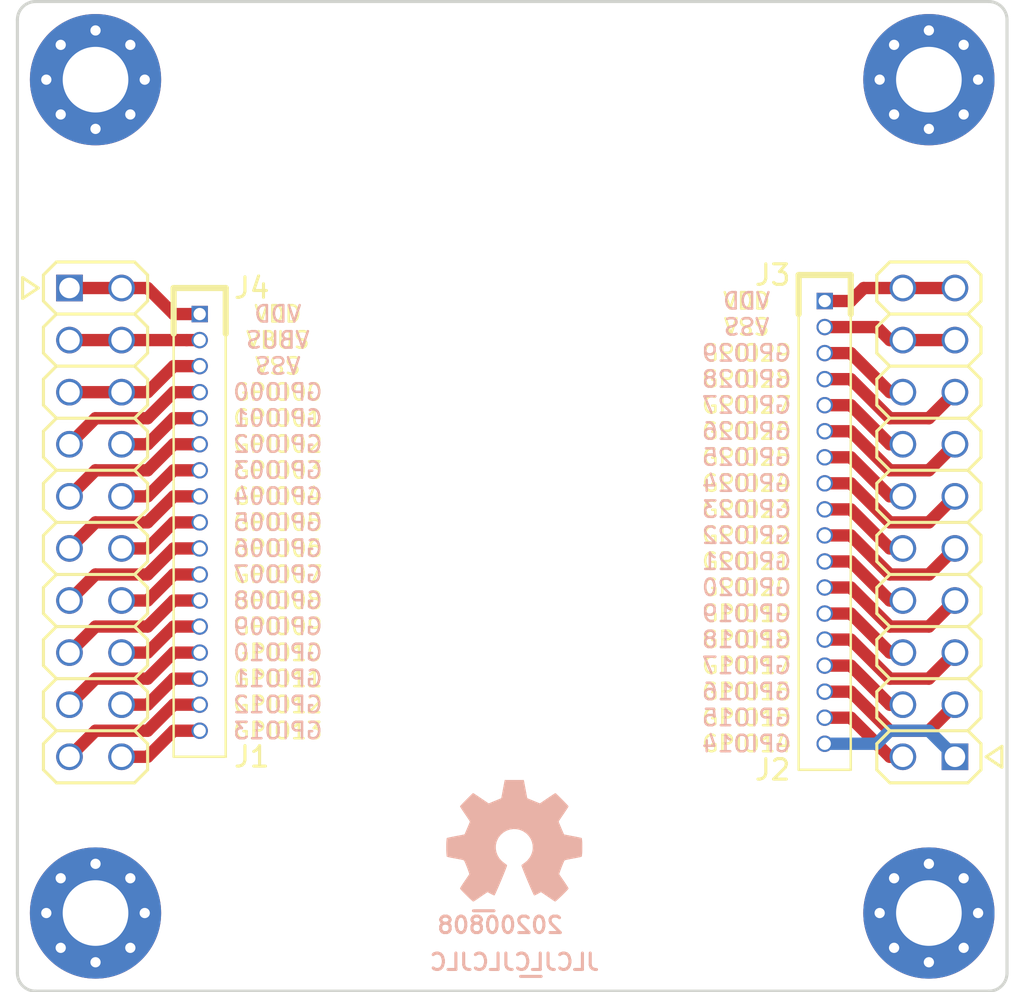
<source format=kicad_pcb>
(kicad_pcb (version 20171130) (host pcbnew 5.1.6-c6e7f7d~87~ubuntu19.10.1)

  (general
    (thickness 1.6)
    (drawings 78)
    (tracks 127)
    (zones 0)
    (modules 11)
    (nets 36)
  )

  (page A4)
  (layers
    (0 F.Cu signal)
    (31 B.Cu signal)
    (32 B.Adhes user)
    (33 F.Adhes user)
    (34 B.Paste user)
    (35 F.Paste user)
    (36 B.SilkS user)
    (37 F.SilkS user)
    (38 B.Mask user)
    (39 F.Mask user)
    (40 Dwgs.User user)
    (41 Cmts.User user)
    (42 Eco1.User user)
    (43 Eco2.User user)
    (44 Edge.Cuts user)
    (45 Margin user)
    (46 B.CrtYd user)
    (47 F.CrtYd user)
    (48 B.Fab user)
    (49 F.Fab user)
  )

  (setup
    (last_trace_width 0.127)
    (user_trace_width 0.15)
    (user_trace_width 0.2)
    (user_trace_width 0.3)
    (user_trace_width 0.4)
    (user_trace_width 0.6)
    (user_trace_width 1)
    (user_trace_width 1.5)
    (user_trace_width 2)
    (trace_clearance 0.127)
    (zone_clearance 0.3)
    (zone_45_only no)
    (trace_min 0.127)
    (via_size 0.6)
    (via_drill 0.3)
    (via_min_size 0.6)
    (via_min_drill 0.3)
    (user_via 0.6 0.3)
    (user_via 0.65 0.4)
    (user_via 0.75 0.6)
    (user_via 0.95 0.8)
    (user_via 1.3 1)
    (user_via 1.5 1.2)
    (user_via 1.7 1.4)
    (user_via 1.9 1.6)
    (uvia_size 0.6)
    (uvia_drill 0.3)
    (uvias_allowed no)
    (uvia_min_size 0.381)
    (uvia_min_drill 0.254)
    (edge_width 0.15)
    (segment_width 0.2)
    (pcb_text_width 0.3)
    (pcb_text_size 1.5 1.5)
    (mod_edge_width 0.15)
    (mod_text_size 0.8 0.8)
    (mod_text_width 0.12)
    (pad_size 0.7 1.8)
    (pad_drill 0)
    (pad_to_mask_clearance 0.1)
    (aux_axis_origin 0 0)
    (visible_elements FFFFFF7F)
    (pcbplotparams
      (layerselection 0x010fc_ffffffff)
      (usegerberextensions false)
      (usegerberattributes false)
      (usegerberadvancedattributes false)
      (creategerberjobfile false)
      (excludeedgelayer false)
      (linewidth 0.150000)
      (plotframeref false)
      (viasonmask false)
      (mode 1)
      (useauxorigin false)
      (hpglpennumber 1)
      (hpglpenspeed 20)
      (hpglpendiameter 15.000000)
      (psnegative false)
      (psa4output false)
      (plotreference true)
      (plotvalue true)
      (plotinvisibletext false)
      (padsonsilk false)
      (subtractmaskfromsilk false)
      (outputformat 1)
      (mirror false)
      (drillshape 0)
      (scaleselection 1)
      (outputdirectory "plots/"))
  )

  (net 0 "")
  (net 1 /VBUS)
  (net 2 /GPIO_13)
  (net 3 /GPIO_12)
  (net 4 /GPIO_11)
  (net 5 /GPIO_10)
  (net 6 /GPIO_09)
  (net 7 /GPIO_08)
  (net 8 /GPIO_07)
  (net 9 /GPIO_06)
  (net 10 /GPIO_05)
  (net 11 /GPIO_04)
  (net 12 /GPIO_03)
  (net 13 /GPIO_02)
  (net 14 /GPIO_01)
  (net 15 /GPIO_00)
  (net 16 /VSS1)
  (net 17 /VDD1)
  (net 18 /VDD2)
  (net 19 /VSS2)
  (net 20 /GPIO_29)
  (net 21 /GPIO_28)
  (net 22 /GPIO_27)
  (net 23 /GPIO_26)
  (net 24 /GPIO_25)
  (net 25 /GPIO_24)
  (net 26 /GPIO_23)
  (net 27 /GPIO_22)
  (net 28 /GPIO_21)
  (net 29 /GPIO_20)
  (net 30 /GPIO_19)
  (net 31 /GPIO_18)
  (net 32 /GPIO_17)
  (net 33 /GPIO_16)
  (net 34 /GPIO_15)
  (net 35 /GPIO_14)

  (net_class Default "This is the default net class."
    (clearance 0.127)
    (trace_width 0.127)
    (via_dia 0.6)
    (via_drill 0.3)
    (uvia_dia 0.6)
    (uvia_drill 0.3)
    (add_net /GPIO_00)
    (add_net /GPIO_01)
    (add_net /GPIO_02)
    (add_net /GPIO_03)
    (add_net /GPIO_04)
    (add_net /GPIO_05)
    (add_net /GPIO_06)
    (add_net /GPIO_07)
    (add_net /GPIO_08)
    (add_net /GPIO_09)
    (add_net /GPIO_10)
    (add_net /GPIO_11)
    (add_net /GPIO_12)
    (add_net /GPIO_13)
    (add_net /GPIO_14)
    (add_net /GPIO_15)
    (add_net /GPIO_16)
    (add_net /GPIO_17)
    (add_net /GPIO_18)
    (add_net /GPIO_19)
    (add_net /GPIO_20)
    (add_net /GPIO_21)
    (add_net /GPIO_22)
    (add_net /GPIO_23)
    (add_net /GPIO_24)
    (add_net /GPIO_25)
    (add_net /GPIO_26)
    (add_net /GPIO_27)
    (add_net /GPIO_28)
    (add_net /GPIO_29)
    (add_net /VBUS)
    (add_net /VDD1)
    (add_net /VDD2)
    (add_net /VSS1)
    (add_net /VSS2)
  )

  (module SquantorConnectors:Header-0127-1X17-H006 (layer F.Cu) (tedit 5F2DCE78) (tstamp 5F2E3A7C)
    (at 69.85 86.36 270)
    (descr "Header 1.27mm pitch 1 by 17 with 0.6mm holes")
    (tags "Header 1.27mm 1*17")
    (path /5F34098B)
    (fp_text reference J4 (at -11.43 -2.54 180) (layer F.SilkS)
      (effects (font (size 1 1) (thickness 0.15)))
    )
    (fp_text value PINS_1X17 (at 0 2.2 90) (layer F.Fab)
      (effects (font (size 1 1) (thickness 0.15)))
    )
    (fp_line (start 11.43 1.27) (end -9.2075 1.27) (layer F.SilkS) (width 0.12))
    (fp_line (start -9.2075 -1.27) (end 11.43 -1.27) (layer F.SilkS) (width 0.12))
    (fp_line (start -11.43 1.27) (end -11.43 -1.27) (layer F.SilkS) (width 0.3))
    (fp_line (start -11.43 1.27) (end -9.2075 1.27) (layer F.SilkS) (width 0.3))
    (fp_line (start -9.2075 -1.27) (end -11.43 -1.27) (layer F.SilkS) (width 0.3))
    (fp_line (start 11.43 -1.27) (end 11.43 1.27) (layer F.SilkS) (width 0.12))
    (fp_line (start -11.72 -1.5) (end 11.68 -1.5) (layer F.CrtYd) (width 0.12))
    (fp_line (start 11.68 -1.5) (end 11.68 1.5) (layer F.CrtYd) (width 0.12))
    (fp_line (start 11.68 1.5) (end -11.72 1.5) (layer F.CrtYd) (width 0.12))
    (fp_line (start -11.72 1.5) (end -11.72 -1.5) (layer F.CrtYd) (width 0.12))
    (pad 17 thru_hole circle (at 10.16 0 270) (size 0.8 0.8) (drill 0.6) (layers *.Cu *.Mask)
      (net 2 /GPIO_13))
    (pad 16 thru_hole circle (at 8.89 0 270) (size 0.8 0.8) (drill 0.6) (layers *.Cu *.Mask)
      (net 3 /GPIO_12))
    (pad 15 thru_hole circle (at 7.62 0 270) (size 0.8 0.8) (drill 0.6) (layers *.Cu *.Mask)
      (net 4 /GPIO_11))
    (pad 14 thru_hole circle (at 6.35 0 270) (size 0.8 0.8) (drill 0.6) (layers *.Cu *.Mask)
      (net 5 /GPIO_10))
    (pad 13 thru_hole circle (at 5.08 0 270) (size 0.8 0.8) (drill 0.6) (layers *.Cu *.Mask)
      (net 6 /GPIO_09))
    (pad 12 thru_hole circle (at 3.81 0 270) (size 0.8 0.8) (drill 0.6) (layers *.Cu *.Mask)
      (net 7 /GPIO_08))
    (pad 11 thru_hole circle (at 2.54 0 270) (size 0.8 0.8) (drill 0.6) (layers *.Cu *.Mask)
      (net 8 /GPIO_07))
    (pad 10 thru_hole circle (at 1.27 0 270) (size 0.8 0.8) (drill 0.6) (layers *.Cu *.Mask)
      (net 9 /GPIO_06))
    (pad 9 thru_hole circle (at 0 0 270) (size 0.8 0.8) (drill 0.6) (layers *.Cu *.Mask)
      (net 10 /GPIO_05))
    (pad 8 thru_hole circle (at -1.27 0 270) (size 0.8 0.8) (drill 0.6) (layers *.Cu *.Mask)
      (net 11 /GPIO_04))
    (pad 7 thru_hole circle (at -2.54 0 270) (size 0.8 0.8) (drill 0.6) (layers *.Cu *.Mask)
      (net 12 /GPIO_03))
    (pad 6 thru_hole circle (at -3.81 0 270) (size 0.8 0.8) (drill 0.6) (layers *.Cu *.Mask)
      (net 13 /GPIO_02))
    (pad 5 thru_hole circle (at -5.08 0 270) (size 0.8 0.8) (drill 0.6) (layers *.Cu *.Mask)
      (net 14 /GPIO_01))
    (pad 4 thru_hole circle (at -6.35 0 270) (size 0.8 0.8) (drill 0.6) (layers *.Cu *.Mask)
      (net 15 /GPIO_00))
    (pad 3 thru_hole circle (at -7.62 0 270) (size 0.8 0.8) (drill 0.6) (layers *.Cu *.Mask)
      (net 16 /VSS1))
    (pad 2 thru_hole circle (at -8.89 0 270) (size 0.8 0.8) (drill 0.6) (layers *.Cu *.Mask)
      (net 1 /VBUS))
    (pad 1 thru_hole rect (at -10.16 0 270) (size 0.8 0.8) (drill 0.6) (layers *.Cu *.Mask)
      (net 17 /VDD1))
  )

  (module SquantorConnectors:Header-0127-1X18-H006 (layer F.Cu) (tedit 5F2DCF55) (tstamp 5F2E3A61)
    (at 100.33 86.36 270)
    (descr "Header 1.27mm pitch 1 by 18 with 0.6mm holes")
    (tags "Header 1.27mm 1*18")
    (path /5F3585BD)
    (fp_text reference J3 (at -12.065 2.54 180) (layer F.SilkS)
      (effects (font (size 1 1) (thickness 0.15)))
    )
    (fp_text value PINS_1X18 (at 0 2.3 90) (layer F.Fab)
      (effects (font (size 1 1) (thickness 0.15)))
    )
    (fp_line (start 12.065 -1.27) (end 12.065 1.27) (layer F.SilkS) (width 0.12))
    (fp_line (start -12.065 1.27) (end -12.065 -1.27) (layer F.SilkS) (width 0.3))
    (fp_line (start -12.065 1.27) (end -10.16 1.27) (layer F.SilkS) (width 0.3))
    (fp_line (start -10.16 -1.27) (end -12.065 -1.27) (layer F.SilkS) (width 0.3))
    (fp_line (start 12.065 -1.27) (end -10.16 -1.27) (layer F.SilkS) (width 0.12))
    (fp_line (start -10.16 1.27) (end 12.065 1.27) (layer F.SilkS) (width 0.12))
    (fp_line (start -12.3 -1.5) (end 12.3 -1.5) (layer F.CrtYd) (width 0.12))
    (fp_line (start 12.3 -1.5) (end 12.3 1.5) (layer F.CrtYd) (width 0.12))
    (fp_line (start 12.3 1.5) (end -12.3 1.5) (layer F.CrtYd) (width 0.12))
    (fp_line (start -12.3 1.5) (end -12.3 -1.5) (layer F.CrtYd) (width 0.12))
    (pad 18 thru_hole circle (at 10.795 0 270) (size 0.8 0.8) (drill 0.6) (layers *.Cu *.Mask)
      (net 35 /GPIO_14))
    (pad 1 thru_hole rect (at -10.795 0 270) (size 0.8 0.8) (drill 0.6) (layers *.Cu *.Mask)
      (net 18 /VDD2))
    (pad 2 thru_hole circle (at -9.525 0 270) (size 0.8 0.8) (drill 0.6) (layers *.Cu *.Mask)
      (net 19 /VSS2))
    (pad 3 thru_hole circle (at -8.255 0 270) (size 0.8 0.8) (drill 0.6) (layers *.Cu *.Mask)
      (net 20 /GPIO_29))
    (pad 4 thru_hole circle (at -6.985 0 270) (size 0.8 0.8) (drill 0.6) (layers *.Cu *.Mask)
      (net 21 /GPIO_28))
    (pad 5 thru_hole circle (at -5.715 0 270) (size 0.8 0.8) (drill 0.6) (layers *.Cu *.Mask)
      (net 22 /GPIO_27))
    (pad 6 thru_hole circle (at -4.445 0 270) (size 0.8 0.8) (drill 0.6) (layers *.Cu *.Mask)
      (net 23 /GPIO_26))
    (pad 7 thru_hole circle (at -3.175 0 270) (size 0.8 0.8) (drill 0.6) (layers *.Cu *.Mask)
      (net 24 /GPIO_25))
    (pad 8 thru_hole circle (at -1.905 0 270) (size 0.8 0.8) (drill 0.6) (layers *.Cu *.Mask)
      (net 25 /GPIO_24))
    (pad 9 thru_hole circle (at -0.635 0 270) (size 0.8 0.8) (drill 0.6) (layers *.Cu *.Mask)
      (net 26 /GPIO_23))
    (pad 10 thru_hole circle (at 0.635 0 270) (size 0.8 0.8) (drill 0.6) (layers *.Cu *.Mask)
      (net 27 /GPIO_22))
    (pad 11 thru_hole circle (at 1.905 0 270) (size 0.8 0.8) (drill 0.6) (layers *.Cu *.Mask)
      (net 28 /GPIO_21))
    (pad 12 thru_hole circle (at 3.175 0 270) (size 0.8 0.8) (drill 0.6) (layers *.Cu *.Mask)
      (net 29 /GPIO_20))
    (pad 13 thru_hole circle (at 4.445 0 270) (size 0.8 0.8) (drill 0.6) (layers *.Cu *.Mask)
      (net 30 /GPIO_19))
    (pad 14 thru_hole circle (at 5.715 0 270) (size 0.8 0.8) (drill 0.6) (layers *.Cu *.Mask)
      (net 31 /GPIO_18))
    (pad 15 thru_hole circle (at 6.985 0 270) (size 0.8 0.8) (drill 0.6) (layers *.Cu *.Mask)
      (net 32 /GPIO_17))
    (pad 16 thru_hole circle (at 8.255 0 270) (size 0.8 0.8) (drill 0.6) (layers *.Cu *.Mask)
      (net 33 /GPIO_16))
    (pad 17 thru_hole circle (at 9.525 0 270) (size 0.8 0.8) (drill 0.6) (layers *.Cu *.Mask)
      (net 34 /GPIO_15))
  )

  (module SquantorLabels:Label_Generic (layer B.Cu) (tedit 5D8A7D4C) (tstamp 5D89B8A1)
    (at 83.7 105.9)
    (descr "Label for general purpose use")
    (tags Label)
    (path /5D6A68B9)
    (attr smd)
    (fp_text reference N2 (at 0 -1.85) (layer B.Fab) hide
      (effects (font (size 1 1) (thickness 0.15)) (justify mirror))
    )
    (fp_text value 20200808 (at 0.8 0.1) (layer B.SilkS)
      (effects (font (size 0.8 0.8) (thickness 0.15)) (justify mirror))
    )
    (fp_line (start -0.5 -0.6) (end 0.5 -0.6) (layer B.SilkS) (width 0.15))
  )

  (module Symbol:OSHW-Symbol_6.7x6mm_SilkScreen (layer B.Cu) (tedit 0) (tstamp 5D89B895)
    (at 85.2 101.9 180)
    (descr "Open Source Hardware Symbol")
    (tags "Logo Symbol OSHW")
    (path /5A135869)
    (attr virtual)
    (fp_text reference N1 (at 0 0) (layer B.SilkS) hide
      (effects (font (size 1 1) (thickness 0.15)) (justify mirror))
    )
    (fp_text value OHWLOGO (at 0.75 0) (layer B.Fab) hide
      (effects (font (size 1 1) (thickness 0.15)) (justify mirror))
    )
    (fp_poly (pts (xy 0.555814 2.531069) (xy 0.639635 2.086445) (xy 0.94892 1.958947) (xy 1.258206 1.831449)
      (xy 1.629246 2.083754) (xy 1.733157 2.154004) (xy 1.827087 2.216728) (xy 1.906652 2.269062)
      (xy 1.96747 2.308143) (xy 2.005157 2.331107) (xy 2.015421 2.336058) (xy 2.03391 2.323324)
      (xy 2.07342 2.288118) (xy 2.129522 2.234938) (xy 2.197787 2.168282) (xy 2.273786 2.092646)
      (xy 2.353092 2.012528) (xy 2.431275 1.932426) (xy 2.503907 1.856836) (xy 2.566559 1.790255)
      (xy 2.614803 1.737182) (xy 2.64421 1.702113) (xy 2.651241 1.690377) (xy 2.641123 1.66874)
      (xy 2.612759 1.621338) (xy 2.569129 1.552807) (xy 2.513218 1.467785) (xy 2.448006 1.370907)
      (xy 2.410219 1.31565) (xy 2.341343 1.214752) (xy 2.28014 1.123701) (xy 2.229578 1.04703)
      (xy 2.192628 0.989272) (xy 2.172258 0.954957) (xy 2.169197 0.947746) (xy 2.176136 0.927252)
      (xy 2.195051 0.879487) (xy 2.223087 0.811168) (xy 2.257391 0.729011) (xy 2.295109 0.63973)
      (xy 2.333387 0.550042) (xy 2.36937 0.466662) (xy 2.400206 0.396306) (xy 2.423039 0.34569)
      (xy 2.435017 0.321529) (xy 2.435724 0.320578) (xy 2.454531 0.315964) (xy 2.504618 0.305672)
      (xy 2.580793 0.290713) (xy 2.677865 0.272099) (xy 2.790643 0.250841) (xy 2.856442 0.238582)
      (xy 2.97695 0.215638) (xy 3.085797 0.193805) (xy 3.177476 0.174278) (xy 3.246481 0.158252)
      (xy 3.287304 0.146921) (xy 3.295511 0.143326) (xy 3.303548 0.118994) (xy 3.310033 0.064041)
      (xy 3.31497 -0.015108) (xy 3.318364 -0.112026) (xy 3.320218 -0.220287) (xy 3.320538 -0.333465)
      (xy 3.319327 -0.445135) (xy 3.31659 -0.548868) (xy 3.312331 -0.638241) (xy 3.306555 -0.706826)
      (xy 3.299267 -0.748197) (xy 3.294895 -0.75681) (xy 3.268764 -0.767133) (xy 3.213393 -0.781892)
      (xy 3.136107 -0.799352) (xy 3.04423 -0.81778) (xy 3.012158 -0.823741) (xy 2.857524 -0.852066)
      (xy 2.735375 -0.874876) (xy 2.641673 -0.89308) (xy 2.572384 -0.907583) (xy 2.523471 -0.919292)
      (xy 2.490897 -0.929115) (xy 2.470628 -0.937956) (xy 2.458626 -0.946724) (xy 2.456947 -0.948457)
      (xy 2.440184 -0.976371) (xy 2.414614 -1.030695) (xy 2.382788 -1.104777) (xy 2.34726 -1.191965)
      (xy 2.310583 -1.285608) (xy 2.275311 -1.379052) (xy 2.243996 -1.465647) (xy 2.219193 -1.53874)
      (xy 2.203454 -1.591678) (xy 2.199332 -1.617811) (xy 2.199676 -1.618726) (xy 2.213641 -1.640086)
      (xy 2.245322 -1.687084) (xy 2.291391 -1.754827) (xy 2.348518 -1.838423) (xy 2.413373 -1.932982)
      (xy 2.431843 -1.959854) (xy 2.497699 -2.057275) (xy 2.55565 -2.146163) (xy 2.602538 -2.221412)
      (xy 2.635207 -2.27792) (xy 2.6505 -2.310581) (xy 2.651241 -2.314593) (xy 2.638392 -2.335684)
      (xy 2.602888 -2.377464) (xy 2.549293 -2.435445) (xy 2.482171 -2.505135) (xy 2.406087 -2.582045)
      (xy 2.325604 -2.661683) (xy 2.245287 -2.739561) (xy 2.169699 -2.811186) (xy 2.103405 -2.87207)
      (xy 2.050969 -2.917721) (xy 2.016955 -2.94365) (xy 2.007545 -2.947883) (xy 1.985643 -2.937912)
      (xy 1.9408 -2.91102) (xy 1.880321 -2.871736) (xy 1.833789 -2.840117) (xy 1.749475 -2.782098)
      (xy 1.649626 -2.713784) (xy 1.549473 -2.645579) (xy 1.495627 -2.609075) (xy 1.313371 -2.4858)
      (xy 1.160381 -2.56852) (xy 1.090682 -2.604759) (xy 1.031414 -2.632926) (xy 0.991311 -2.648991)
      (xy 0.981103 -2.651226) (xy 0.968829 -2.634722) (xy 0.944613 -2.588082) (xy 0.910263 -2.515609)
      (xy 0.867588 -2.421606) (xy 0.818394 -2.310374) (xy 0.76449 -2.186215) (xy 0.707684 -2.053432)
      (xy 0.649782 -1.916327) (xy 0.592593 -1.779202) (xy 0.537924 -1.646358) (xy 0.487584 -1.522098)
      (xy 0.44338 -1.410725) (xy 0.407119 -1.316539) (xy 0.380609 -1.243844) (xy 0.365658 -1.196941)
      (xy 0.363254 -1.180833) (xy 0.382311 -1.160286) (xy 0.424036 -1.126933) (xy 0.479706 -1.087702)
      (xy 0.484378 -1.084599) (xy 0.628264 -0.969423) (xy 0.744283 -0.835053) (xy 0.83143 -0.685784)
      (xy 0.888699 -0.525913) (xy 0.915086 -0.359737) (xy 0.909585 -0.191552) (xy 0.87119 -0.025655)
      (xy 0.798895 0.133658) (xy 0.777626 0.168513) (xy 0.666996 0.309263) (xy 0.536302 0.422286)
      (xy 0.390064 0.506997) (xy 0.232808 0.562806) (xy 0.069057 0.589126) (xy -0.096667 0.58537)
      (xy -0.259838 0.55095) (xy -0.415935 0.485277) (xy -0.560433 0.387765) (xy -0.605131 0.348187)
      (xy -0.718888 0.224297) (xy -0.801782 0.093876) (xy -0.858644 -0.052315) (xy -0.890313 -0.197088)
      (xy -0.898131 -0.35986) (xy -0.872062 -0.52344) (xy -0.814755 -0.682298) (xy -0.728856 -0.830906)
      (xy -0.617014 -0.963735) (xy -0.481877 -1.075256) (xy -0.464117 -1.087011) (xy -0.40785 -1.125508)
      (xy -0.365077 -1.158863) (xy -0.344628 -1.18016) (xy -0.344331 -1.180833) (xy -0.348721 -1.203871)
      (xy -0.366124 -1.256157) (xy -0.394732 -1.33339) (xy -0.432735 -1.431268) (xy -0.478326 -1.545491)
      (xy -0.529697 -1.671758) (xy -0.585038 -1.805767) (xy -0.642542 -1.943218) (xy -0.700399 -2.079808)
      (xy -0.756802 -2.211237) (xy -0.809942 -2.333205) (xy -0.85801 -2.441409) (xy -0.899199 -2.531549)
      (xy -0.931699 -2.599323) (xy -0.953703 -2.64043) (xy -0.962564 -2.651226) (xy -0.98964 -2.642819)
      (xy -1.040303 -2.620272) (xy -1.105817 -2.587613) (xy -1.141841 -2.56852) (xy -1.294832 -2.4858)
      (xy -1.477088 -2.609075) (xy -1.570125 -2.672228) (xy -1.671985 -2.741727) (xy -1.767438 -2.807165)
      (xy -1.81525 -2.840117) (xy -1.882495 -2.885273) (xy -1.939436 -2.921057) (xy -1.978646 -2.942938)
      (xy -1.991381 -2.947563) (xy -2.009917 -2.935085) (xy -2.050941 -2.900252) (xy -2.110475 -2.846678)
      (xy -2.184542 -2.777983) (xy -2.269165 -2.697781) (xy -2.322685 -2.646286) (xy -2.416319 -2.554286)
      (xy -2.497241 -2.471999) (xy -2.562177 -2.402945) (xy -2.607858 -2.350644) (xy -2.631011 -2.318616)
      (xy -2.633232 -2.312116) (xy -2.622924 -2.287394) (xy -2.594439 -2.237405) (xy -2.550937 -2.167212)
      (xy -2.495577 -2.081875) (xy -2.43152 -1.986456) (xy -2.413303 -1.959854) (xy -2.346927 -1.863167)
      (xy -2.287378 -1.776117) (xy -2.237984 -1.703595) (xy -2.202075 -1.650493) (xy -2.182981 -1.621703)
      (xy -2.181136 -1.618726) (xy -2.183895 -1.595782) (xy -2.198538 -1.545336) (xy -2.222513 -1.474041)
      (xy -2.253266 -1.388547) (xy -2.288244 -1.295507) (xy -2.324893 -1.201574) (xy -2.360661 -1.113399)
      (xy -2.392994 -1.037634) (xy -2.419338 -0.980931) (xy -2.437142 -0.949943) (xy -2.438407 -0.948457)
      (xy -2.449294 -0.939601) (xy -2.467682 -0.930843) (xy -2.497606 -0.921277) (xy -2.543103 -0.909996)
      (xy -2.608209 -0.896093) (xy -2.696961 -0.878663) (xy -2.813393 -0.856798) (xy -2.961542 -0.829591)
      (xy -2.993618 -0.823741) (xy -3.088686 -0.805374) (xy -3.171565 -0.787405) (xy -3.23493 -0.771569)
      (xy -3.271458 -0.7596) (xy -3.276356 -0.75681) (xy -3.284427 -0.732072) (xy -3.290987 -0.67679)
      (xy -3.296033 -0.597389) (xy -3.299559 -0.500296) (xy -3.301561 -0.391938) (xy -3.302036 -0.27874)
      (xy -3.300977 -0.167128) (xy -3.298382 -0.063529) (xy -3.294246 0.025632) (xy -3.288563 0.093928)
      (xy -3.281331 0.134934) (xy -3.276971 0.143326) (xy -3.252698 0.151792) (xy -3.197426 0.165565)
      (xy -3.116662 0.18345) (xy -3.015912 0.204252) (xy -2.900683 0.226777) (xy -2.837902 0.238582)
      (xy -2.718787 0.260849) (xy -2.612565 0.281021) (xy -2.524427 0.298085) (xy -2.459566 0.311031)
      (xy -2.423174 0.318845) (xy -2.417184 0.320578) (xy -2.407061 0.34011) (xy -2.385662 0.387157)
      (xy -2.355839 0.454997) (xy -2.320445 0.536909) (xy -2.282332 0.626172) (xy -2.244353 0.716065)
      (xy -2.20936 0.799865) (xy -2.180206 0.870853) (xy -2.159743 0.922306) (xy -2.150823 0.947503)
      (xy -2.150657 0.948604) (xy -2.160769 0.968481) (xy -2.189117 1.014223) (xy -2.232723 1.081283)
      (xy -2.288606 1.165116) (xy -2.353787 1.261174) (xy -2.391679 1.31635) (xy -2.460725 1.417519)
      (xy -2.52205 1.50937) (xy -2.572663 1.587256) (xy -2.609571 1.646531) (xy -2.629782 1.682549)
      (xy -2.632701 1.690623) (xy -2.620153 1.709416) (xy -2.585463 1.749543) (xy -2.533063 1.806507)
      (xy -2.467384 1.875815) (xy -2.392856 1.952969) (xy -2.313913 2.033475) (xy -2.234983 2.112837)
      (xy -2.1605 2.18656) (xy -2.094894 2.250148) (xy -2.042596 2.299106) (xy -2.008039 2.328939)
      (xy -1.996478 2.336058) (xy -1.977654 2.326047) (xy -1.932631 2.297922) (xy -1.865787 2.254546)
      (xy -1.781499 2.198782) (xy -1.684144 2.133494) (xy -1.610707 2.083754) (xy -1.239667 1.831449)
      (xy -0.621095 2.086445) (xy -0.537275 2.531069) (xy -0.453454 2.975693) (xy 0.471994 2.975693)
      (xy 0.555814 2.531069)) (layer B.SilkS) (width 0.01))
  )

  (module SquantorConnectors:Header-0254-2X10-H010 (layer F.Cu) (tedit 5D87C4C2) (tstamp 5F2AA098)
    (at 105.41 86.36 90)
    (descr "PIN HEADER")
    (tags "PIN HEADER")
    (path /5F2AD81B)
    (attr virtual)
    (fp_text reference J2 (at -12.065 -7.62 180) (layer F.SilkS)
      (effects (font (size 1 1) (thickness 0.15)))
    )
    (fp_text value nuclone_small_right (at 0 3.81 90) (layer F.Fab)
      (effects (font (size 1 1) (thickness 0.15)))
    )
    (fp_line (start -10.922 3.556) (end -11.43 2.794) (layer F.SilkS) (width 0.15))
    (fp_line (start -11.938 3.556) (end -10.922 3.556) (layer F.SilkS) (width 0.15))
    (fp_line (start -11.43 2.794) (end -11.938 3.556) (layer F.SilkS) (width 0.15))
    (fp_line (start 10.795 2.54) (end 12.065 2.54) (layer F.SilkS) (width 0.15))
    (fp_line (start 12.7 -1.905) (end 12.7 1.905) (layer F.SilkS) (width 0.15))
    (fp_line (start 10.16 1.905) (end 10.795 2.54) (layer F.SilkS) (width 0.15))
    (fp_line (start 12.7 1.905) (end 12.065 2.54) (layer F.SilkS) (width 0.15))
    (fp_line (start 12.065 -2.54) (end 12.7 -1.905) (layer F.SilkS) (width 0.15))
    (fp_line (start 10.795 -2.54) (end 12.065 -2.54) (layer F.SilkS) (width 0.15))
    (fp_line (start 10.16 -1.905) (end 10.795 -2.54) (layer F.SilkS) (width 0.15))
    (fp_line (start -12.065 2.54) (end -10.795 2.54) (layer F.SilkS) (width 0.15))
    (fp_line (start -9.525 2.54) (end -8.255 2.54) (layer F.SilkS) (width 0.15))
    (fp_line (start -6.985 2.54) (end -5.715 2.54) (layer F.SilkS) (width 0.15))
    (fp_line (start -4.445 2.54) (end -3.175 2.54) (layer F.SilkS) (width 0.15))
    (fp_line (start -1.905 2.54) (end -0.635 2.54) (layer F.SilkS) (width 0.15))
    (fp_line (start 0.635 2.54) (end 1.905 2.54) (layer F.SilkS) (width 0.15))
    (fp_line (start 3.175 2.54) (end 4.445 2.54) (layer F.SilkS) (width 0.15))
    (fp_line (start 5.715 2.54) (end 6.985 2.54) (layer F.SilkS) (width 0.15))
    (fp_line (start 8.255 2.54) (end 9.525 2.54) (layer F.SilkS) (width 0.15))
    (fp_line (start 10.16 -1.905) (end 10.16 1.905) (layer F.SilkS) (width 0.15))
    (fp_line (start 7.62 -1.905) (end 7.62 1.905) (layer F.SilkS) (width 0.15))
    (fp_line (start 5.08 -1.905) (end 5.08 1.905) (layer F.SilkS) (width 0.15))
    (fp_line (start 2.54 -1.905) (end 2.54 1.905) (layer F.SilkS) (width 0.15))
    (fp_line (start 0 -1.905) (end 0 1.905) (layer F.SilkS) (width 0.15))
    (fp_line (start -2.54 -1.905) (end -2.54 1.905) (layer F.SilkS) (width 0.15))
    (fp_line (start -5.08 -1.905) (end -5.08 1.905) (layer F.SilkS) (width 0.15))
    (fp_line (start -7.62 -1.905) (end -7.62 1.905) (layer F.SilkS) (width 0.15))
    (fp_line (start -10.16 -1.905) (end -10.16 1.905) (layer F.SilkS) (width 0.15))
    (fp_line (start 2.54 1.905) (end 3.175 2.54) (layer F.SilkS) (width 0.15))
    (fp_line (start 5.08 1.905) (end 4.445 2.54) (layer F.SilkS) (width 0.15))
    (fp_line (start 5.08 1.905) (end 5.715 2.54) (layer F.SilkS) (width 0.15))
    (fp_line (start 7.62 1.905) (end 6.985 2.54) (layer F.SilkS) (width 0.15))
    (fp_line (start 7.62 1.905) (end 8.255 2.54) (layer F.SilkS) (width 0.15))
    (fp_line (start 10.16 1.905) (end 9.525 2.54) (layer F.SilkS) (width 0.15))
    (fp_line (start 9.525 -2.54) (end 10.16 -1.905) (layer F.SilkS) (width 0.15))
    (fp_line (start 8.255 -2.54) (end 9.525 -2.54) (layer F.SilkS) (width 0.15))
    (fp_line (start 7.62 -1.905) (end 8.255 -2.54) (layer F.SilkS) (width 0.15))
    (fp_line (start 6.985 -2.54) (end 7.62 -1.905) (layer F.SilkS) (width 0.15))
    (fp_line (start 5.715 -2.54) (end 6.985 -2.54) (layer F.SilkS) (width 0.15))
    (fp_line (start 5.08 -1.905) (end 5.715 -2.54) (layer F.SilkS) (width 0.15))
    (fp_line (start 4.445 -2.54) (end 5.08 -1.905) (layer F.SilkS) (width 0.15))
    (fp_line (start 3.175 -2.54) (end 4.445 -2.54) (layer F.SilkS) (width 0.15))
    (fp_line (start 2.54 -1.905) (end 3.175 -2.54) (layer F.SilkS) (width 0.15))
    (fp_line (start 1.905 -2.54) (end 2.54 -1.905) (layer F.SilkS) (width 0.15))
    (fp_line (start 0.635 -2.54) (end 1.905 -2.54) (layer F.SilkS) (width 0.15))
    (fp_line (start 0 -1.905) (end 0.635 -2.54) (layer F.SilkS) (width 0.15))
    (fp_line (start -0.635 -2.54) (end 0 -1.905) (layer F.SilkS) (width 0.15))
    (fp_line (start -1.905 -2.54) (end -0.635 -2.54) (layer F.SilkS) (width 0.15))
    (fp_line (start -2.54 -1.905) (end -1.905 -2.54) (layer F.SilkS) (width 0.15))
    (fp_line (start -3.175 -2.54) (end -2.54 -1.905) (layer F.SilkS) (width 0.15))
    (fp_line (start -4.445 -2.54) (end -3.175 -2.54) (layer F.SilkS) (width 0.15))
    (fp_line (start -5.08 -1.905) (end -4.445 -2.54) (layer F.SilkS) (width 0.15))
    (fp_line (start -5.715 -2.54) (end -5.08 -1.905) (layer F.SilkS) (width 0.15))
    (fp_line (start -6.985 -2.54) (end -5.715 -2.54) (layer F.SilkS) (width 0.15))
    (fp_line (start -7.62 -1.905) (end -6.985 -2.54) (layer F.SilkS) (width 0.15))
    (fp_line (start -8.255 -2.54) (end -7.62 -1.905) (layer F.SilkS) (width 0.15))
    (fp_line (start -9.525 -2.54) (end -8.255 -2.54) (layer F.SilkS) (width 0.15))
    (fp_line (start -10.16 -1.905) (end -9.525 -2.54) (layer F.SilkS) (width 0.15))
    (fp_line (start -10.795 -2.54) (end -10.16 -1.905) (layer F.SilkS) (width 0.15))
    (fp_line (start -12.065 -2.54) (end -10.795 -2.54) (layer F.SilkS) (width 0.15))
    (fp_line (start -12.7 -1.905) (end -12.065 -2.54) (layer F.SilkS) (width 0.15))
    (fp_line (start -12.7 1.905) (end -12.7 -1.905) (layer F.SilkS) (width 0.15))
    (fp_line (start 1.905 2.54) (end 2.54 1.905) (layer F.SilkS) (width 0.15))
    (fp_line (start 0 1.905) (end 0.635 2.54) (layer F.SilkS) (width 0.15))
    (fp_line (start -0.635 2.54) (end 0 1.905) (layer F.SilkS) (width 0.15))
    (fp_line (start -2.54 1.905) (end -1.905 2.54) (layer F.SilkS) (width 0.15))
    (fp_line (start -3.175 2.54) (end -2.54 1.905) (layer F.SilkS) (width 0.15))
    (fp_line (start -5.08 1.905) (end -4.445 2.54) (layer F.SilkS) (width 0.15))
    (fp_line (start -5.715 2.54) (end -5.08 1.905) (layer F.SilkS) (width 0.15))
    (fp_line (start -7.62 1.905) (end -6.985 2.54) (layer F.SilkS) (width 0.15))
    (fp_line (start -8.255 2.54) (end -7.62 1.905) (layer F.SilkS) (width 0.15))
    (fp_line (start -10.16 1.905) (end -9.525 2.54) (layer F.SilkS) (width 0.15))
    (fp_line (start -10.795 2.54) (end -10.16 1.905) (layer F.SilkS) (width 0.15))
    (fp_line (start -12.7 1.905) (end -12.065 2.54) (layer F.SilkS) (width 0.15))
    (pad 20 thru_hole circle (at 11.43 -1.27 90) (size 1.3 1.3) (drill 1) (layers *.Cu *.Mask)
      (net 18 /VDD2))
    (pad 19 thru_hole circle (at 11.43 1.27 90) (size 1.3 1.3) (drill 1) (layers *.Cu *.Mask)
      (net 18 /VDD2))
    (pad 18 thru_hole circle (at 8.89 -1.27 90) (size 1.3 1.3) (drill 1) (layers *.Cu *.Mask)
      (net 19 /VSS2))
    (pad 17 thru_hole circle (at 8.89 1.27 90) (size 1.3 1.3) (drill 1) (layers *.Cu *.Mask)
      (net 19 /VSS2))
    (pad 16 thru_hole circle (at 6.35 -1.27 90) (size 1.3 1.3) (drill 1) (layers *.Cu *.Mask)
      (net 20 /GPIO_29))
    (pad 15 thru_hole circle (at 6.35 1.27 90) (size 1.3 1.3) (drill 1) (layers *.Cu *.Mask)
      (net 21 /GPIO_28))
    (pad 14 thru_hole circle (at 3.81 -1.27 90) (size 1.3 1.3) (drill 1) (layers *.Cu *.Mask)
      (net 22 /GPIO_27))
    (pad 13 thru_hole circle (at 3.81 1.27 90) (size 1.3 1.3) (drill 1) (layers *.Cu *.Mask)
      (net 23 /GPIO_26))
    (pad 12 thru_hole circle (at 1.27 -1.27 90) (size 1.3 1.3) (drill 1) (layers *.Cu *.Mask)
      (net 24 /GPIO_25))
    (pad 11 thru_hole circle (at 1.27 1.27 90) (size 1.3 1.3) (drill 1) (layers *.Cu *.Mask)
      (net 25 /GPIO_24))
    (pad 10 thru_hole circle (at -1.27 -1.27 90) (size 1.3 1.3) (drill 1) (layers *.Cu *.Mask)
      (net 26 /GPIO_23))
    (pad 9 thru_hole circle (at -1.27 1.27 90) (size 1.3 1.3) (drill 1) (layers *.Cu *.Mask)
      (net 27 /GPIO_22))
    (pad 8 thru_hole circle (at -3.81 -1.27 90) (size 1.3 1.3) (drill 1) (layers *.Cu *.Mask)
      (net 28 /GPIO_21))
    (pad 7 thru_hole circle (at -3.81 1.27 90) (size 1.3 1.3) (drill 1) (layers *.Cu *.Mask)
      (net 29 /GPIO_20))
    (pad 6 thru_hole circle (at -6.35 -1.27 90) (size 1.3 1.3) (drill 1) (layers *.Cu *.Mask)
      (net 30 /GPIO_19))
    (pad 5 thru_hole circle (at -6.35 1.27 90) (size 1.3 1.3) (drill 1) (layers *.Cu *.Mask)
      (net 31 /GPIO_18))
    (pad 4 thru_hole circle (at -8.89 -1.27 90) (size 1.3 1.3) (drill 1) (layers *.Cu *.Mask)
      (net 32 /GPIO_17))
    (pad 3 thru_hole circle (at -8.89 1.27 90) (size 1.3 1.3) (drill 1) (layers *.Cu *.Mask)
      (net 33 /GPIO_16))
    (pad 2 thru_hole circle (at -11.43 -1.27 90) (size 1.3 1.3) (drill 1) (layers *.Cu *.Mask)
      (net 34 /GPIO_15))
    (pad 1 thru_hole rect (at -11.43 1.27 90) (size 1.3 1.3) (drill 1) (layers *.Cu *.Mask)
      (net 35 /GPIO_14))
    (model ${KISYS3DMOD}/Connector_PinHeader_2.54mm.3dshapes/PinHeader_2x10_P2.54mm_Vertical.step
      (offset (xyz -11.43 -1.27 0))
      (scale (xyz 1 1 1))
      (rotate (xyz 0 0 -90))
    )
  )

  (module SquantorConnectors:Header-0254-2X10-H010 (layer F.Cu) (tedit 5D87C4C2) (tstamp 5F2AA036)
    (at 64.77 86.36 270)
    (descr "PIN HEADER")
    (tags "PIN HEADER")
    (path /5F2AC8A4)
    (attr virtual)
    (fp_text reference J1 (at 11.43 -7.62 180) (layer F.SilkS)
      (effects (font (size 1 1) (thickness 0.15)))
    )
    (fp_text value nuclone_small_left (at 0 3.81 90) (layer F.Fab)
      (effects (font (size 1 1) (thickness 0.15)))
    )
    (fp_line (start -10.922 3.556) (end -11.43 2.794) (layer F.SilkS) (width 0.15))
    (fp_line (start -11.938 3.556) (end -10.922 3.556) (layer F.SilkS) (width 0.15))
    (fp_line (start -11.43 2.794) (end -11.938 3.556) (layer F.SilkS) (width 0.15))
    (fp_line (start 10.795 2.54) (end 12.065 2.54) (layer F.SilkS) (width 0.15))
    (fp_line (start 12.7 -1.905) (end 12.7 1.905) (layer F.SilkS) (width 0.15))
    (fp_line (start 10.16 1.905) (end 10.795 2.54) (layer F.SilkS) (width 0.15))
    (fp_line (start 12.7 1.905) (end 12.065 2.54) (layer F.SilkS) (width 0.15))
    (fp_line (start 12.065 -2.54) (end 12.7 -1.905) (layer F.SilkS) (width 0.15))
    (fp_line (start 10.795 -2.54) (end 12.065 -2.54) (layer F.SilkS) (width 0.15))
    (fp_line (start 10.16 -1.905) (end 10.795 -2.54) (layer F.SilkS) (width 0.15))
    (fp_line (start -12.065 2.54) (end -10.795 2.54) (layer F.SilkS) (width 0.15))
    (fp_line (start -9.525 2.54) (end -8.255 2.54) (layer F.SilkS) (width 0.15))
    (fp_line (start -6.985 2.54) (end -5.715 2.54) (layer F.SilkS) (width 0.15))
    (fp_line (start -4.445 2.54) (end -3.175 2.54) (layer F.SilkS) (width 0.15))
    (fp_line (start -1.905 2.54) (end -0.635 2.54) (layer F.SilkS) (width 0.15))
    (fp_line (start 0.635 2.54) (end 1.905 2.54) (layer F.SilkS) (width 0.15))
    (fp_line (start 3.175 2.54) (end 4.445 2.54) (layer F.SilkS) (width 0.15))
    (fp_line (start 5.715 2.54) (end 6.985 2.54) (layer F.SilkS) (width 0.15))
    (fp_line (start 8.255 2.54) (end 9.525 2.54) (layer F.SilkS) (width 0.15))
    (fp_line (start 10.16 -1.905) (end 10.16 1.905) (layer F.SilkS) (width 0.15))
    (fp_line (start 7.62 -1.905) (end 7.62 1.905) (layer F.SilkS) (width 0.15))
    (fp_line (start 5.08 -1.905) (end 5.08 1.905) (layer F.SilkS) (width 0.15))
    (fp_line (start 2.54 -1.905) (end 2.54 1.905) (layer F.SilkS) (width 0.15))
    (fp_line (start 0 -1.905) (end 0 1.905) (layer F.SilkS) (width 0.15))
    (fp_line (start -2.54 -1.905) (end -2.54 1.905) (layer F.SilkS) (width 0.15))
    (fp_line (start -5.08 -1.905) (end -5.08 1.905) (layer F.SilkS) (width 0.15))
    (fp_line (start -7.62 -1.905) (end -7.62 1.905) (layer F.SilkS) (width 0.15))
    (fp_line (start -10.16 -1.905) (end -10.16 1.905) (layer F.SilkS) (width 0.15))
    (fp_line (start 2.54 1.905) (end 3.175 2.54) (layer F.SilkS) (width 0.15))
    (fp_line (start 5.08 1.905) (end 4.445 2.54) (layer F.SilkS) (width 0.15))
    (fp_line (start 5.08 1.905) (end 5.715 2.54) (layer F.SilkS) (width 0.15))
    (fp_line (start 7.62 1.905) (end 6.985 2.54) (layer F.SilkS) (width 0.15))
    (fp_line (start 7.62 1.905) (end 8.255 2.54) (layer F.SilkS) (width 0.15))
    (fp_line (start 10.16 1.905) (end 9.525 2.54) (layer F.SilkS) (width 0.15))
    (fp_line (start 9.525 -2.54) (end 10.16 -1.905) (layer F.SilkS) (width 0.15))
    (fp_line (start 8.255 -2.54) (end 9.525 -2.54) (layer F.SilkS) (width 0.15))
    (fp_line (start 7.62 -1.905) (end 8.255 -2.54) (layer F.SilkS) (width 0.15))
    (fp_line (start 6.985 -2.54) (end 7.62 -1.905) (layer F.SilkS) (width 0.15))
    (fp_line (start 5.715 -2.54) (end 6.985 -2.54) (layer F.SilkS) (width 0.15))
    (fp_line (start 5.08 -1.905) (end 5.715 -2.54) (layer F.SilkS) (width 0.15))
    (fp_line (start 4.445 -2.54) (end 5.08 -1.905) (layer F.SilkS) (width 0.15))
    (fp_line (start 3.175 -2.54) (end 4.445 -2.54) (layer F.SilkS) (width 0.15))
    (fp_line (start 2.54 -1.905) (end 3.175 -2.54) (layer F.SilkS) (width 0.15))
    (fp_line (start 1.905 -2.54) (end 2.54 -1.905) (layer F.SilkS) (width 0.15))
    (fp_line (start 0.635 -2.54) (end 1.905 -2.54) (layer F.SilkS) (width 0.15))
    (fp_line (start 0 -1.905) (end 0.635 -2.54) (layer F.SilkS) (width 0.15))
    (fp_line (start -0.635 -2.54) (end 0 -1.905) (layer F.SilkS) (width 0.15))
    (fp_line (start -1.905 -2.54) (end -0.635 -2.54) (layer F.SilkS) (width 0.15))
    (fp_line (start -2.54 -1.905) (end -1.905 -2.54) (layer F.SilkS) (width 0.15))
    (fp_line (start -3.175 -2.54) (end -2.54 -1.905) (layer F.SilkS) (width 0.15))
    (fp_line (start -4.445 -2.54) (end -3.175 -2.54) (layer F.SilkS) (width 0.15))
    (fp_line (start -5.08 -1.905) (end -4.445 -2.54) (layer F.SilkS) (width 0.15))
    (fp_line (start -5.715 -2.54) (end -5.08 -1.905) (layer F.SilkS) (width 0.15))
    (fp_line (start -6.985 -2.54) (end -5.715 -2.54) (layer F.SilkS) (width 0.15))
    (fp_line (start -7.62 -1.905) (end -6.985 -2.54) (layer F.SilkS) (width 0.15))
    (fp_line (start -8.255 -2.54) (end -7.62 -1.905) (layer F.SilkS) (width 0.15))
    (fp_line (start -9.525 -2.54) (end -8.255 -2.54) (layer F.SilkS) (width 0.15))
    (fp_line (start -10.16 -1.905) (end -9.525 -2.54) (layer F.SilkS) (width 0.15))
    (fp_line (start -10.795 -2.54) (end -10.16 -1.905) (layer F.SilkS) (width 0.15))
    (fp_line (start -12.065 -2.54) (end -10.795 -2.54) (layer F.SilkS) (width 0.15))
    (fp_line (start -12.7 -1.905) (end -12.065 -2.54) (layer F.SilkS) (width 0.15))
    (fp_line (start -12.7 1.905) (end -12.7 -1.905) (layer F.SilkS) (width 0.15))
    (fp_line (start 1.905 2.54) (end 2.54 1.905) (layer F.SilkS) (width 0.15))
    (fp_line (start 0 1.905) (end 0.635 2.54) (layer F.SilkS) (width 0.15))
    (fp_line (start -0.635 2.54) (end 0 1.905) (layer F.SilkS) (width 0.15))
    (fp_line (start -2.54 1.905) (end -1.905 2.54) (layer F.SilkS) (width 0.15))
    (fp_line (start -3.175 2.54) (end -2.54 1.905) (layer F.SilkS) (width 0.15))
    (fp_line (start -5.08 1.905) (end -4.445 2.54) (layer F.SilkS) (width 0.15))
    (fp_line (start -5.715 2.54) (end -5.08 1.905) (layer F.SilkS) (width 0.15))
    (fp_line (start -7.62 1.905) (end -6.985 2.54) (layer F.SilkS) (width 0.15))
    (fp_line (start -8.255 2.54) (end -7.62 1.905) (layer F.SilkS) (width 0.15))
    (fp_line (start -10.16 1.905) (end -9.525 2.54) (layer F.SilkS) (width 0.15))
    (fp_line (start -10.795 2.54) (end -10.16 1.905) (layer F.SilkS) (width 0.15))
    (fp_line (start -12.7 1.905) (end -12.065 2.54) (layer F.SilkS) (width 0.15))
    (pad 20 thru_hole circle (at 11.43 -1.27 270) (size 1.3 1.3) (drill 1) (layers *.Cu *.Mask)
      (net 2 /GPIO_13))
    (pad 19 thru_hole circle (at 11.43 1.27 270) (size 1.3 1.3) (drill 1) (layers *.Cu *.Mask)
      (net 3 /GPIO_12))
    (pad 18 thru_hole circle (at 8.89 -1.27 270) (size 1.3 1.3) (drill 1) (layers *.Cu *.Mask)
      (net 4 /GPIO_11))
    (pad 17 thru_hole circle (at 8.89 1.27 270) (size 1.3 1.3) (drill 1) (layers *.Cu *.Mask)
      (net 5 /GPIO_10))
    (pad 16 thru_hole circle (at 6.35 -1.27 270) (size 1.3 1.3) (drill 1) (layers *.Cu *.Mask)
      (net 6 /GPIO_09))
    (pad 15 thru_hole circle (at 6.35 1.27 270) (size 1.3 1.3) (drill 1) (layers *.Cu *.Mask)
      (net 7 /GPIO_08))
    (pad 14 thru_hole circle (at 3.81 -1.27 270) (size 1.3 1.3) (drill 1) (layers *.Cu *.Mask)
      (net 8 /GPIO_07))
    (pad 13 thru_hole circle (at 3.81 1.27 270) (size 1.3 1.3) (drill 1) (layers *.Cu *.Mask)
      (net 9 /GPIO_06))
    (pad 12 thru_hole circle (at 1.27 -1.27 270) (size 1.3 1.3) (drill 1) (layers *.Cu *.Mask)
      (net 10 /GPIO_05))
    (pad 11 thru_hole circle (at 1.27 1.27 270) (size 1.3 1.3) (drill 1) (layers *.Cu *.Mask)
      (net 11 /GPIO_04))
    (pad 10 thru_hole circle (at -1.27 -1.27 270) (size 1.3 1.3) (drill 1) (layers *.Cu *.Mask)
      (net 12 /GPIO_03))
    (pad 9 thru_hole circle (at -1.27 1.27 270) (size 1.3 1.3) (drill 1) (layers *.Cu *.Mask)
      (net 13 /GPIO_02))
    (pad 8 thru_hole circle (at -3.81 -1.27 270) (size 1.3 1.3) (drill 1) (layers *.Cu *.Mask)
      (net 14 /GPIO_01))
    (pad 7 thru_hole circle (at -3.81 1.27 270) (size 1.3 1.3) (drill 1) (layers *.Cu *.Mask)
      (net 15 /GPIO_00))
    (pad 6 thru_hole circle (at -6.35 -1.27 270) (size 1.3 1.3) (drill 1) (layers *.Cu *.Mask)
      (net 16 /VSS1))
    (pad 5 thru_hole circle (at -6.35 1.27 270) (size 1.3 1.3) (drill 1) (layers *.Cu *.Mask)
      (net 16 /VSS1))
    (pad 4 thru_hole circle (at -8.89 -1.27 270) (size 1.3 1.3) (drill 1) (layers *.Cu *.Mask)
      (net 1 /VBUS))
    (pad 3 thru_hole circle (at -8.89 1.27 270) (size 1.3 1.3) (drill 1) (layers *.Cu *.Mask)
      (net 1 /VBUS))
    (pad 2 thru_hole circle (at -11.43 -1.27 270) (size 1.3 1.3) (drill 1) (layers *.Cu *.Mask)
      (net 17 /VDD1))
    (pad 1 thru_hole rect (at -11.43 1.27 270) (size 1.3 1.3) (drill 1) (layers *.Cu *.Mask)
      (net 17 /VDD1))
    (model ${KISYS3DMOD}/Connector_PinHeader_2.54mm.3dshapes/PinHeader_2x10_P2.54mm_Vertical.step
      (offset (xyz -11.43 -1.27 0))
      (scale (xyz 1 1 1))
      (rotate (xyz 0 0 -90))
    )
  )

  (module SquantorLabels:Label_Generic (layer B.Cu) (tedit 5D8A7D4C) (tstamp 5D8B1EB2)
    (at 86 107.9 180)
    (descr "Label for general purpose use")
    (tags Label)
    (path /5D8B1B32)
    (attr smd)
    (fp_text reference N3 (at 0 -1.85) (layer B.Fab) hide
      (effects (font (size 1 1) (thickness 0.15)) (justify mirror))
    )
    (fp_text value JLCJLCJLCJLC (at 0.8 0.1) (layer B.SilkS)
      (effects (font (size 0.8 0.8) (thickness 0.15)) (justify mirror))
    )
    (fp_line (start -0.5 -0.6) (end 0.5 -0.6) (layer B.SilkS) (width 0.15))
  )

  (module MountingHole:MountingHole_3.2mm_M3_Pad_Via (layer F.Cu) (tedit 56DDBCCA) (tstamp 5D6721B4)
    (at 64.77 64.77)
    (descr "Mounting Hole 3.2mm, M3")
    (tags "mounting hole 3.2mm m3")
    (path /5D6A1740)
    (attr virtual)
    (fp_text reference H1 (at 0 4.23) (layer F.SilkS) hide
      (effects (font (size 1 1) (thickness 0.15)))
    )
    (fp_text value MountingHole (at 0 4.2) (layer F.Fab) hide
      (effects (font (size 1 1) (thickness 0.15)))
    )
    (fp_circle (center 0 0) (end 3.45 0) (layer F.CrtYd) (width 0.05))
    (fp_circle (center 0 0) (end 3.2 0) (layer Cmts.User) (width 0.15))
    (fp_text user %R (at 0.3 0) (layer F.Fab)
      (effects (font (size 1 1) (thickness 0.15)))
    )
    (pad 1 thru_hole circle (at 1.697056 -1.697056) (size 0.8 0.8) (drill 0.5) (layers *.Cu *.Mask))
    (pad 1 thru_hole circle (at 0 -2.4) (size 0.8 0.8) (drill 0.5) (layers *.Cu *.Mask))
    (pad 1 thru_hole circle (at -1.697056 -1.697056) (size 0.8 0.8) (drill 0.5) (layers *.Cu *.Mask))
    (pad 1 thru_hole circle (at -2.4 0) (size 0.8 0.8) (drill 0.5) (layers *.Cu *.Mask))
    (pad 1 thru_hole circle (at -1.697056 1.697056) (size 0.8 0.8) (drill 0.5) (layers *.Cu *.Mask))
    (pad 1 thru_hole circle (at 0 2.4) (size 0.8 0.8) (drill 0.5) (layers *.Cu *.Mask))
    (pad 1 thru_hole circle (at 1.697056 1.697056) (size 0.8 0.8) (drill 0.5) (layers *.Cu *.Mask))
    (pad 1 thru_hole circle (at 2.4 0) (size 0.8 0.8) (drill 0.5) (layers *.Cu *.Mask))
    (pad 1 thru_hole circle (at 0 0) (size 6.4 6.4) (drill 3.2) (layers *.Cu *.Mask))
  )

  (module MountingHole:MountingHole_3.2mm_M3_Pad_Via (layer F.Cu) (tedit 56DDBCCA) (tstamp 5D6721E4)
    (at 64.77 105.41)
    (descr "Mounting Hole 3.2mm, M3")
    (tags "mounting hole 3.2mm m3")
    (path /5D6A0DE1)
    (attr virtual)
    (fp_text reference H4 (at 0 -4.2) (layer F.SilkS) hide
      (effects (font (size 1 1) (thickness 0.15)))
    )
    (fp_text value MountingHole (at 0 4.2) (layer F.Fab) hide
      (effects (font (size 1 1) (thickness 0.15)))
    )
    (fp_circle (center 0 0) (end 3.45 0) (layer F.CrtYd) (width 0.05))
    (fp_circle (center 0 0) (end 3.2 0) (layer Cmts.User) (width 0.15))
    (fp_text user %R (at 0.3 0) (layer F.Fab)
      (effects (font (size 1 1) (thickness 0.15)))
    )
    (pad 1 thru_hole circle (at 1.697056 -1.697056) (size 0.8 0.8) (drill 0.5) (layers *.Cu *.Mask))
    (pad 1 thru_hole circle (at 0 -2.4) (size 0.8 0.8) (drill 0.5) (layers *.Cu *.Mask))
    (pad 1 thru_hole circle (at -1.697056 -1.697056) (size 0.8 0.8) (drill 0.5) (layers *.Cu *.Mask))
    (pad 1 thru_hole circle (at -2.4 0) (size 0.8 0.8) (drill 0.5) (layers *.Cu *.Mask))
    (pad 1 thru_hole circle (at -1.697056 1.697056) (size 0.8 0.8) (drill 0.5) (layers *.Cu *.Mask))
    (pad 1 thru_hole circle (at 0 2.4) (size 0.8 0.8) (drill 0.5) (layers *.Cu *.Mask))
    (pad 1 thru_hole circle (at 1.697056 1.697056) (size 0.8 0.8) (drill 0.5) (layers *.Cu *.Mask))
    (pad 1 thru_hole circle (at 2.4 0) (size 0.8 0.8) (drill 0.5) (layers *.Cu *.Mask))
    (pad 1 thru_hole circle (at 0 0) (size 6.4 6.4) (drill 3.2) (layers *.Cu *.Mask))
  )

  (module MountingHole:MountingHole_3.2mm_M3_Pad_Via (layer F.Cu) (tedit 56DDBCCA) (tstamp 5D6721D4)
    (at 105.41 105.41)
    (descr "Mounting Hole 3.2mm, M3")
    (tags "mounting hole 3.2mm m3")
    (path /5D6A12DB)
    (attr virtual)
    (fp_text reference H3 (at 0 -4.2) (layer F.SilkS) hide
      (effects (font (size 1 1) (thickness 0.15)))
    )
    (fp_text value MountingHole (at 0 4.2) (layer F.Fab) hide
      (effects (font (size 1 1) (thickness 0.15)))
    )
    (fp_circle (center 0 0) (end 3.45 0) (layer F.CrtYd) (width 0.05))
    (fp_circle (center 0 0) (end 3.2 0) (layer Cmts.User) (width 0.15))
    (fp_text user %R (at 0.3 0) (layer F.Fab)
      (effects (font (size 1 1) (thickness 0.15)))
    )
    (pad 1 thru_hole circle (at 1.697056 -1.697056) (size 0.8 0.8) (drill 0.5) (layers *.Cu *.Mask))
    (pad 1 thru_hole circle (at 0 -2.4) (size 0.8 0.8) (drill 0.5) (layers *.Cu *.Mask))
    (pad 1 thru_hole circle (at -1.697056 -1.697056) (size 0.8 0.8) (drill 0.5) (layers *.Cu *.Mask))
    (pad 1 thru_hole circle (at -2.4 0) (size 0.8 0.8) (drill 0.5) (layers *.Cu *.Mask))
    (pad 1 thru_hole circle (at -1.697056 1.697056) (size 0.8 0.8) (drill 0.5) (layers *.Cu *.Mask))
    (pad 1 thru_hole circle (at 0 2.4) (size 0.8 0.8) (drill 0.5) (layers *.Cu *.Mask))
    (pad 1 thru_hole circle (at 1.697056 1.697056) (size 0.8 0.8) (drill 0.5) (layers *.Cu *.Mask))
    (pad 1 thru_hole circle (at 2.4 0) (size 0.8 0.8) (drill 0.5) (layers *.Cu *.Mask))
    (pad 1 thru_hole circle (at 0 0) (size 6.4 6.4) (drill 3.2) (layers *.Cu *.Mask))
  )

  (module MountingHole:MountingHole_3.2mm_M3_Pad_Via (layer F.Cu) (tedit 56DDBCCA) (tstamp 5D6721C4)
    (at 105.41 64.77)
    (descr "Mounting Hole 3.2mm, M3")
    (tags "mounting hole 3.2mm m3")
    (path /5D6A14DC)
    (attr virtual)
    (fp_text reference H2 (at 0 -4.2) (layer F.SilkS) hide
      (effects (font (size 1 1) (thickness 0.15)))
    )
    (fp_text value MountingHole (at 0 4.2) (layer F.Fab) hide
      (effects (font (size 1 1) (thickness 0.15)))
    )
    (fp_circle (center 0 0) (end 3.45 0) (layer F.CrtYd) (width 0.05))
    (fp_circle (center 0 0) (end 3.2 0) (layer Cmts.User) (width 0.15))
    (fp_text user %R (at 0.3 0) (layer F.Fab)
      (effects (font (size 1 1) (thickness 0.15)))
    )
    (pad 1 thru_hole circle (at 1.697056 -1.697056) (size 0.8 0.8) (drill 0.5) (layers *.Cu *.Mask))
    (pad 1 thru_hole circle (at 0 -2.4) (size 0.8 0.8) (drill 0.5) (layers *.Cu *.Mask))
    (pad 1 thru_hole circle (at -1.697056 -1.697056) (size 0.8 0.8) (drill 0.5) (layers *.Cu *.Mask))
    (pad 1 thru_hole circle (at -2.4 0) (size 0.8 0.8) (drill 0.5) (layers *.Cu *.Mask))
    (pad 1 thru_hole circle (at -1.697056 1.697056) (size 0.8 0.8) (drill 0.5) (layers *.Cu *.Mask))
    (pad 1 thru_hole circle (at 0 2.4) (size 0.8 0.8) (drill 0.5) (layers *.Cu *.Mask))
    (pad 1 thru_hole circle (at 1.697056 1.697056) (size 0.8 0.8) (drill 0.5) (layers *.Cu *.Mask))
    (pad 1 thru_hole circle (at 2.4 0) (size 0.8 0.8) (drill 0.5) (layers *.Cu *.Mask))
    (pad 1 thru_hole circle (at 0 0) (size 6.4 6.4) (drill 3.2) (layers *.Cu *.Mask))
  )

  (gr_text GPIO14 (at 96.52 97.155) (layer B.SilkS) (tstamp 5F2E92A7)
    (effects (font (size 0.8 0.8) (thickness 0.12)) (justify mirror))
  )
  (gr_text GPIO15 (at 96.52 95.885) (layer B.SilkS) (tstamp 5F2E92A3)
    (effects (font (size 0.8 0.8) (thickness 0.12)) (justify mirror))
  )
  (gr_text GPIO16 (at 96.52 94.615) (layer B.SilkS) (tstamp 5F2E929F)
    (effects (font (size 0.8 0.8) (thickness 0.12)) (justify mirror))
  )
  (gr_text GPIO17 (at 96.52 93.345) (layer B.SilkS) (tstamp 5F2E929B)
    (effects (font (size 0.8 0.8) (thickness 0.12)) (justify mirror))
  )
  (gr_text GPIO18 (at 96.52 92.075) (layer B.SilkS) (tstamp 5F2E9297)
    (effects (font (size 0.8 0.8) (thickness 0.12)) (justify mirror))
  )
  (gr_text GPIO19 (at 96.52 90.805) (layer B.SilkS) (tstamp 5F2E9293)
    (effects (font (size 0.8 0.8) (thickness 0.12)) (justify mirror))
  )
  (gr_text GPIO20 (at 96.52 89.535) (layer B.SilkS) (tstamp 5F2E928F)
    (effects (font (size 0.8 0.8) (thickness 0.12)) (justify mirror))
  )
  (gr_text GPIO21 (at 96.52 88.265) (layer B.SilkS) (tstamp 5F2E928B)
    (effects (font (size 0.8 0.8) (thickness 0.12)) (justify mirror))
  )
  (gr_text GPIO22 (at 96.52 86.995) (layer B.SilkS) (tstamp 5F2E9287)
    (effects (font (size 0.8 0.8) (thickness 0.12)) (justify mirror))
  )
  (gr_text GPIO23 (at 96.52 85.725) (layer B.SilkS) (tstamp 5F2E9283)
    (effects (font (size 0.8 0.8) (thickness 0.12)) (justify mirror))
  )
  (gr_text GPIO24 (at 96.52 84.455) (layer B.SilkS) (tstamp 5F2E927F)
    (effects (font (size 0.8 0.8) (thickness 0.12)) (justify mirror))
  )
  (gr_text GPIO25 (at 96.52 83.185) (layer B.SilkS) (tstamp 5F2E927B)
    (effects (font (size 0.8 0.8) (thickness 0.12)) (justify mirror))
  )
  (gr_text GPIO26 (at 96.52 81.915) (layer B.SilkS) (tstamp 5F2E9277)
    (effects (font (size 0.8 0.8) (thickness 0.12)) (justify mirror))
  )
  (gr_text GPIO27 (at 96.52 80.645) (layer B.SilkS) (tstamp 5F2E9273)
    (effects (font (size 0.8 0.8) (thickness 0.12)) (justify mirror))
  )
  (gr_text GPIO28 (at 96.52 79.375) (layer B.SilkS) (tstamp 5F2E926F)
    (effects (font (size 0.8 0.8) (thickness 0.12)) (justify mirror))
  )
  (gr_text GPIO29 (at 96.52 78.105) (layer B.SilkS) (tstamp 5F2E926B)
    (effects (font (size 0.8 0.8) (thickness 0.12)) (justify mirror))
  )
  (gr_text VSS (at 96.52 76.835) (layer B.SilkS) (tstamp 5F2E9267)
    (effects (font (size 0.8 0.8) (thickness 0.12)) (justify mirror))
  )
  (gr_text VDD (at 96.52 75.565) (layer B.SilkS) (tstamp 5F2E9263)
    (effects (font (size 0.8 0.8) (thickness 0.12)) (justify mirror))
  )
  (gr_text GPIO13 (at 73.66 96.52) (layer B.SilkS) (tstamp 5F2E925F)
    (effects (font (size 0.8 0.8) (thickness 0.12)) (justify mirror))
  )
  (gr_text GPIO12 (at 73.66 95.25) (layer B.SilkS) (tstamp 5F2E925B)
    (effects (font (size 0.8 0.8) (thickness 0.12)) (justify mirror))
  )
  (gr_text GPIO11 (at 73.66 93.98) (layer B.SilkS) (tstamp 5F2E9257)
    (effects (font (size 0.8 0.8) (thickness 0.12)) (justify mirror))
  )
  (gr_text GPIO10 (at 73.66 92.71) (layer B.SilkS) (tstamp 5F2E9253)
    (effects (font (size 0.8 0.8) (thickness 0.12)) (justify mirror))
  )
  (gr_text GPIO09 (at 73.66 91.44) (layer B.SilkS) (tstamp 5F2E924F)
    (effects (font (size 0.8 0.8) (thickness 0.12)) (justify mirror))
  )
  (gr_text GPIO08 (at 73.66 90.17) (layer B.SilkS) (tstamp 5F2E924B)
    (effects (font (size 0.8 0.8) (thickness 0.12)) (justify mirror))
  )
  (gr_text GPIO07 (at 73.66 88.9) (layer B.SilkS) (tstamp 5F2E9247)
    (effects (font (size 0.8 0.8) (thickness 0.12)) (justify mirror))
  )
  (gr_text GPIO06 (at 73.66 87.63) (layer B.SilkS) (tstamp 5F2E9243)
    (effects (font (size 0.8 0.8) (thickness 0.12)) (justify mirror))
  )
  (gr_text GPIO05 (at 73.66 86.36) (layer B.SilkS) (tstamp 5F2E923F)
    (effects (font (size 0.8 0.8) (thickness 0.12)) (justify mirror))
  )
  (gr_text GPIO04 (at 73.66 85.09) (layer B.SilkS) (tstamp 5F2E923B)
    (effects (font (size 0.8 0.8) (thickness 0.12)) (justify mirror))
  )
  (gr_text GPIO03 (at 73.66 83.82) (layer B.SilkS) (tstamp 5F2E9237)
    (effects (font (size 0.8 0.8) (thickness 0.12)) (justify mirror))
  )
  (gr_text GPIO02 (at 73.66 82.55) (layer B.SilkS) (tstamp 5F2E9233)
    (effects (font (size 0.8 0.8) (thickness 0.12)) (justify mirror))
  )
  (gr_text GPIO01 (at 73.66 81.28) (layer B.SilkS) (tstamp 5F2E922F)
    (effects (font (size 0.8 0.8) (thickness 0.12)) (justify mirror))
  )
  (gr_text GPIO00 (at 73.66 80.01) (layer B.SilkS) (tstamp 5F2E922B)
    (effects (font (size 0.8 0.8) (thickness 0.12)) (justify mirror))
  )
  (gr_text VSS (at 73.66 78.74) (layer B.SilkS) (tstamp 5F2E9227)
    (effects (font (size 0.8 0.8) (thickness 0.12)) (justify mirror))
  )
  (gr_text VBUS (at 73.66 77.47) (layer B.SilkS) (tstamp 5F2E9223)
    (effects (font (size 0.8 0.8) (thickness 0.12)) (justify mirror))
  )
  (gr_text VDD (at 73.66 76.2) (layer B.SilkS) (tstamp 5F2E921A)
    (effects (font (size 0.8 0.8) (thickness 0.12)) (justify mirror))
  )
  (gr_text GPIO29 (at 96.52 78.105) (layer F.SilkS)
    (effects (font (size 0.8 0.8) (thickness 0.12)))
  )
  (gr_text GPIO28 (at 96.52 79.375) (layer F.SilkS)
    (effects (font (size 0.8 0.8) (thickness 0.12)))
  )
  (gr_text GPIO27 (at 96.52 80.645) (layer F.SilkS)
    (effects (font (size 0.8 0.8) (thickness 0.12)))
  )
  (gr_text GPIO26 (at 96.52 81.915) (layer F.SilkS)
    (effects (font (size 0.8 0.8) (thickness 0.12)))
  )
  (gr_text GPIO25 (at 96.52 83.185) (layer F.SilkS)
    (effects (font (size 0.8 0.8) (thickness 0.12)))
  )
  (gr_text GPIO24 (at 96.52 84.455) (layer F.SilkS)
    (effects (font (size 0.8 0.8) (thickness 0.12)))
  )
  (gr_text GPIO23 (at 96.52 85.725) (layer F.SilkS)
    (effects (font (size 0.8 0.8) (thickness 0.12)))
  )
  (gr_text GPIO22 (at 96.52 86.995) (layer F.SilkS)
    (effects (font (size 0.8 0.8) (thickness 0.12)))
  )
  (gr_text GPIO21 (at 96.52 88.265) (layer F.SilkS)
    (effects (font (size 0.8 0.8) (thickness 0.12)))
  )
  (gr_text GPIO20 (at 96.52 89.535) (layer F.SilkS)
    (effects (font (size 0.8 0.8) (thickness 0.12)))
  )
  (gr_text GPIO19 (at 96.52 90.805) (layer F.SilkS)
    (effects (font (size 0.8 0.8) (thickness 0.12)))
  )
  (gr_text GPIO18 (at 96.52 92.075) (layer F.SilkS)
    (effects (font (size 0.8 0.8) (thickness 0.12)))
  )
  (gr_text GPIO17 (at 96.52 93.345) (layer F.SilkS)
    (effects (font (size 0.8 0.8) (thickness 0.12)))
  )
  (gr_text GPIO16 (at 96.52 94.615) (layer F.SilkS)
    (effects (font (size 0.8 0.8) (thickness 0.12)))
  )
  (gr_text GPIO15 (at 96.52 95.885) (layer F.SilkS)
    (effects (font (size 0.8 0.8) (thickness 0.12)))
  )
  (gr_text GPIO14 (at 96.52 97.155) (layer F.SilkS)
    (effects (font (size 0.8 0.8) (thickness 0.12)))
  )
  (gr_text VSS (at 96.52 76.835) (layer F.SilkS)
    (effects (font (size 0.8 0.8) (thickness 0.12)))
  )
  (gr_text VDD (at 96.52 75.565) (layer F.SilkS)
    (effects (font (size 0.8 0.8) (thickness 0.12)))
  )
  (gr_text GPIO13 (at 73.66 96.52) (layer F.SilkS)
    (effects (font (size 0.8 0.8) (thickness 0.12)))
  )
  (gr_text GPIO12 (at 73.66 95.25) (layer F.SilkS)
    (effects (font (size 0.8 0.8) (thickness 0.12)))
  )
  (gr_text GPIO11 (at 73.66 93.98) (layer F.SilkS)
    (effects (font (size 0.8 0.8) (thickness 0.12)))
  )
  (gr_text GPIO10 (at 73.66 92.71) (layer F.SilkS)
    (effects (font (size 0.8 0.8) (thickness 0.12)))
  )
  (gr_text GPIO09 (at 73.66 91.44) (layer F.SilkS)
    (effects (font (size 0.8 0.8) (thickness 0.12)))
  )
  (gr_text GPIO08 (at 73.66 90.17) (layer F.SilkS)
    (effects (font (size 0.8 0.8) (thickness 0.12)))
  )
  (gr_text GPIO07 (at 73.66 88.9) (layer F.SilkS)
    (effects (font (size 0.8 0.8) (thickness 0.12)))
  )
  (gr_text GPIO06 (at 73.66 87.63) (layer F.SilkS)
    (effects (font (size 0.8 0.8) (thickness 0.12)))
  )
  (gr_text GPIO05 (at 73.66 86.36) (layer F.SilkS)
    (effects (font (size 0.8 0.8) (thickness 0.12)))
  )
  (gr_text GPIO04 (at 73.66 85.09) (layer F.SilkS)
    (effects (font (size 0.8 0.8) (thickness 0.12)))
  )
  (gr_text GPIO03 (at 73.66 83.82) (layer F.SilkS)
    (effects (font (size 0.8 0.8) (thickness 0.12)))
  )
  (gr_text GPIO02 (at 73.66 82.55) (layer F.SilkS)
    (effects (font (size 0.8 0.8) (thickness 0.12)))
  )
  (gr_text GPIO01 (at 73.66 81.28) (layer F.SilkS)
    (effects (font (size 0.8 0.8) (thickness 0.12)))
  )
  (gr_text GPIO00 (at 73.66 80.01) (layer F.SilkS)
    (effects (font (size 0.8 0.8) (thickness 0.12)))
  )
  (gr_text VSS (at 73.66 78.74) (layer F.SilkS)
    (effects (font (size 0.8 0.8) (thickness 0.12)))
  )
  (gr_text VBUS (at 73.66 77.47) (layer F.SilkS)
    (effects (font (size 0.8 0.8) (thickness 0.12)))
  )
  (gr_text VDD (at 73.66 76.2) (layer F.SilkS)
    (effects (font (size 0.8 0.8) (thickness 0.12)))
  )
  (gr_arc (start 61.849 108.331) (end 60.96 108.331) (angle -90) (layer Edge.Cuts) (width 0.15) (tstamp 5D8961C2))
  (gr_arc (start 108.331 108.331) (end 108.331 109.22) (angle -90) (layer Edge.Cuts) (width 0.15) (tstamp 5D8961BD))
  (gr_arc (start 108.331 61.849) (end 109.22 61.849) (angle -90) (layer Edge.Cuts) (width 0.15))
  (gr_arc (start 61.849 61.849) (end 61.849 60.96) (angle -90) (layer Edge.Cuts) (width 0.15))
  (gr_line (start 108.331 60.96) (end 61.849 60.96) (layer Edge.Cuts) (width 0.15) (tstamp 5D671694))
  (gr_line (start 109.22 108.331) (end 109.22 61.849) (layer Edge.Cuts) (width 0.15))
  (gr_line (start 61.849 109.22) (end 108.331 109.22) (layer Edge.Cuts) (width 0.15))
  (gr_line (start 60.96 61.849) (end 60.96 108.331) (layer Edge.Cuts) (width 0.15))

  (segment (start 63.5 77.47) (end 66.04 77.47) (width 0.6) (layer F.Cu) (net 1))
  (segment (start 69.215 77.47) (end 69.85 77.47) (width 0.6) (layer F.Cu) (net 1))
  (segment (start 66.04 77.47) (end 69.215 77.47) (width 0.6) (layer F.Cu) (net 1))
  (segment (start 68.58 96.52) (end 69.85 96.52) (width 0.6) (layer F.Cu) (net 2))
  (segment (start 66.04 97.79) (end 67.31 97.79) (width 0.6) (layer F.Cu) (net 2))
  (segment (start 67.31 97.79) (end 68.58 96.52) (width 0.6) (layer F.Cu) (net 2))
  (segment (start 68.58 95.25) (end 69.85 95.25) (width 0.6) (layer F.Cu) (net 3))
  (segment (start 67.31 96.52) (end 68.58 95.25) (width 0.6) (layer F.Cu) (net 3))
  (segment (start 63.5 97.79) (end 64.77 96.52) (width 0.6) (layer F.Cu) (net 3))
  (segment (start 64.77 96.52) (end 67.31 96.52) (width 0.6) (layer F.Cu) (net 3))
  (segment (start 68.58 93.98) (end 69.85 93.98) (width 0.6) (layer F.Cu) (net 4))
  (segment (start 66.04 95.25) (end 67.31 95.25) (width 0.6) (layer F.Cu) (net 4))
  (segment (start 67.31 95.25) (end 68.58 93.98) (width 0.6) (layer F.Cu) (net 4))
  (segment (start 68.58 92.71) (end 69.85 92.71) (width 0.6) (layer F.Cu) (net 5))
  (segment (start 63.5 95.25) (end 64.77 93.98) (width 0.6) (layer F.Cu) (net 5))
  (segment (start 67.31 93.98) (end 68.58 92.71) (width 0.6) (layer F.Cu) (net 5))
  (segment (start 64.77 93.98) (end 67.31 93.98) (width 0.6) (layer F.Cu) (net 5))
  (segment (start 68.58 91.44) (end 69.85 91.44) (width 0.6) (layer F.Cu) (net 6))
  (segment (start 66.04 92.71) (end 67.31 92.71) (width 0.6) (layer F.Cu) (net 6))
  (segment (start 67.31 92.71) (end 68.58 91.44) (width 0.6) (layer F.Cu) (net 6))
  (segment (start 68.58 90.17) (end 69.85 90.17) (width 0.6) (layer F.Cu) (net 7))
  (segment (start 67.31 91.44) (end 68.58 90.17) (width 0.6) (layer F.Cu) (net 7))
  (segment (start 63.5 92.71) (end 64.77 91.44) (width 0.6) (layer F.Cu) (net 7))
  (segment (start 64.77 91.44) (end 67.31 91.44) (width 0.6) (layer F.Cu) (net 7))
  (segment (start 68.58 88.9) (end 69.85 88.9) (width 0.6) (layer F.Cu) (net 8))
  (segment (start 66.04 90.17) (end 67.31 90.17) (width 0.6) (layer F.Cu) (net 8))
  (segment (start 67.31 90.17) (end 68.58 88.9) (width 0.6) (layer F.Cu) (net 8))
  (segment (start 67.31 88.9) (end 68.58 87.63) (width 0.6) (layer F.Cu) (net 9))
  (segment (start 63.5 90.17) (end 64.77 88.9) (width 0.6) (layer F.Cu) (net 9))
  (segment (start 68.58 87.63) (end 69.85 87.63) (width 0.6) (layer F.Cu) (net 9))
  (segment (start 64.77 88.9) (end 67.31 88.9) (width 0.6) (layer F.Cu) (net 9))
  (segment (start 68.58 86.36) (end 69.85 86.36) (width 0.6) (layer F.Cu) (net 10))
  (segment (start 66.04 87.63) (end 67.31 87.63) (width 0.6) (layer F.Cu) (net 10))
  (segment (start 67.31 87.63) (end 68.58 86.36) (width 0.6) (layer F.Cu) (net 10))
  (segment (start 68.58 85.09) (end 69.85 85.09) (width 0.6) (layer F.Cu) (net 11))
  (segment (start 63.5 87.63) (end 64.77 86.36) (width 0.6) (layer F.Cu) (net 11))
  (segment (start 67.31 86.36) (end 68.58 85.09) (width 0.6) (layer F.Cu) (net 11))
  (segment (start 64.77 86.36) (end 67.31 86.36) (width 0.6) (layer F.Cu) (net 11))
  (segment (start 68.58 83.82) (end 69.85 83.82) (width 0.6) (layer F.Cu) (net 12))
  (segment (start 66.04 85.09) (end 67.31 85.09) (width 0.6) (layer F.Cu) (net 12))
  (segment (start 67.31 85.09) (end 68.58 83.82) (width 0.6) (layer F.Cu) (net 12))
  (segment (start 68.58 82.55) (end 69.85 82.55) (width 0.6) (layer F.Cu) (net 13))
  (segment (start 63.5 85.09) (end 64.77 83.82) (width 0.6) (layer F.Cu) (net 13))
  (segment (start 67.31 83.82) (end 68.58 82.55) (width 0.6) (layer F.Cu) (net 13))
  (segment (start 64.77 83.82) (end 67.31 83.82) (width 0.6) (layer F.Cu) (net 13))
  (segment (start 68.58 81.28) (end 69.85 81.28) (width 0.6) (layer F.Cu) (net 14))
  (segment (start 66.04 82.55) (end 67.31 82.55) (width 0.6) (layer F.Cu) (net 14))
  (segment (start 67.31 82.55) (end 68.58 81.28) (width 0.6) (layer F.Cu) (net 14))
  (segment (start 68.58 80.01) (end 69.85 80.01) (width 0.6) (layer F.Cu) (net 15))
  (segment (start 67.31 81.28) (end 68.58 80.01) (width 0.6) (layer F.Cu) (net 15))
  (segment (start 63.5 82.55) (end 64.77 81.28) (width 0.6) (layer F.Cu) (net 15))
  (segment (start 64.77 81.28) (end 67.31 81.28) (width 0.6) (layer F.Cu) (net 15))
  (segment (start 63.5 80.01) (end 66.04 80.01) (width 0.6) (layer F.Cu) (net 16))
  (segment (start 66.04 80.01) (end 67.31 80.01) (width 0.6) (layer F.Cu) (net 16))
  (segment (start 68.58 78.74) (end 69.85 78.74) (width 0.6) (layer F.Cu) (net 16))
  (segment (start 67.31 80.01) (end 68.58 78.74) (width 0.6) (layer F.Cu) (net 16))
  (segment (start 63.5 74.93) (end 66.04 74.93) (width 0.6) (layer F.Cu) (net 17))
  (segment (start 66.04 74.93) (end 66.675 74.93) (width 0.6) (layer F.Cu) (net 17))
  (segment (start 66.04 74.93) (end 67.31 74.93) (width 0.6) (layer F.Cu) (net 17))
  (segment (start 68.58 76.2) (end 69.85 76.2) (width 0.6) (layer F.Cu) (net 17))
  (segment (start 67.31 74.93) (end 68.58 76.2) (width 0.6) (layer F.Cu) (net 17))
  (segment (start 106.68 74.93) (end 104.14 74.93) (width 0.6) (layer F.Cu) (net 18))
  (segment (start 104.14 74.93) (end 102.235 74.93) (width 0.6) (layer F.Cu) (net 18))
  (segment (start 102.235 74.93) (end 101.6 75.565) (width 0.6) (layer F.Cu) (net 18))
  (segment (start 101.6 75.565) (end 100.33 75.565) (width 0.6) (layer F.Cu) (net 18))
  (segment (start 104.12 77.45) (end 104.14 77.47) (width 0.4) (layer F.Cu) (net 19))
  (segment (start 106.68 77.47) (end 104.14 77.47) (width 0.6) (layer F.Cu) (net 19))
  (segment (start 104.14 77.47) (end 103.505 77.47) (width 0.6) (layer F.Cu) (net 19))
  (segment (start 103.505 77.47) (end 102.87 76.835) (width 0.6) (layer F.Cu) (net 19))
  (segment (start 102.87 76.835) (end 100.33 76.835) (width 0.6) (layer F.Cu) (net 19))
  (segment (start 104.13 80) (end 104.14 80.01) (width 0.4) (layer F.Cu) (net 20))
  (segment (start 104.14 80.01) (end 103.505 80.01) (width 0.6) (layer F.Cu) (net 20))
  (segment (start 101.6 78.105) (end 100.33 78.105) (width 0.6) (layer F.Cu) (net 20) (tstamp 5F2E90B3))
  (segment (start 103.505 80.01) (end 101.6 78.105) (width 0.6) (layer F.Cu) (net 20))
  (segment (start 103.505 81.28) (end 101.6 79.375) (width 0.6) (layer F.Cu) (net 21))
  (segment (start 101.6 79.375) (end 100.33 79.375) (width 0.6) (layer F.Cu) (net 21))
  (segment (start 106.68 80.01) (end 105.41 81.28) (width 0.6) (layer F.Cu) (net 21))
  (segment (start 105.41 81.28) (end 103.505 81.28) (width 0.6) (layer F.Cu) (net 21))
  (segment (start 103.505 82.55) (end 104.14 82.55) (width 0.6) (layer F.Cu) (net 22))
  (segment (start 100.33 80.645) (end 101.6 80.645) (width 0.6) (layer F.Cu) (net 22))
  (segment (start 101.6 80.645) (end 103.505 82.55) (width 0.6) (layer F.Cu) (net 22))
  (segment (start 103.505 83.82) (end 105.41 83.82) (width 0.6) (layer F.Cu) (net 23))
  (segment (start 105.41 83.82) (end 106.68 82.55) (width 0.6) (layer F.Cu) (net 23))
  (segment (start 100.33 81.915) (end 101.6 81.915) (width 0.6) (layer F.Cu) (net 23))
  (segment (start 101.6 81.915) (end 103.505 83.82) (width 0.6) (layer F.Cu) (net 23))
  (segment (start 103.505 85.09) (end 104.14 85.09) (width 0.6) (layer F.Cu) (net 24))
  (segment (start 100.33 83.185) (end 101.6 83.185) (width 0.6) (layer F.Cu) (net 24))
  (segment (start 101.6 83.185) (end 103.505 85.09) (width 0.6) (layer F.Cu) (net 24))
  (segment (start 103.505 86.36) (end 105.41 86.36) (width 0.6) (layer F.Cu) (net 25))
  (segment (start 100.33 84.455) (end 101.6 84.455) (width 0.6) (layer F.Cu) (net 25))
  (segment (start 105.41 86.36) (end 106.68 85.09) (width 0.6) (layer F.Cu) (net 25))
  (segment (start 101.6 84.455) (end 103.505 86.36) (width 0.6) (layer F.Cu) (net 25))
  (segment (start 103.505 87.63) (end 104.14 87.63) (width 0.6) (layer F.Cu) (net 26))
  (segment (start 100.33 85.725) (end 101.6 85.725) (width 0.6) (layer F.Cu) (net 26))
  (segment (start 101.6 85.725) (end 103.505 87.63) (width 0.6) (layer F.Cu) (net 26))
  (segment (start 105.41 88.9) (end 106.68 87.63) (width 0.6) (layer F.Cu) (net 27))
  (segment (start 103.505 88.9) (end 105.41 88.9) (width 0.6) (layer F.Cu) (net 27))
  (segment (start 100.33 86.995) (end 101.6 86.995) (width 0.6) (layer F.Cu) (net 27))
  (segment (start 101.6 86.995) (end 103.505 88.9) (width 0.6) (layer F.Cu) (net 27))
  (segment (start 100.33 88.265) (end 101.6 88.265) (width 0.6) (layer F.Cu) (net 28))
  (segment (start 103.505 90.17) (end 104.14 90.17) (width 0.6) (layer F.Cu) (net 28))
  (segment (start 101.6 88.265) (end 103.505 90.17) (width 0.6) (layer F.Cu) (net 28))
  (segment (start 103.505 91.44) (end 105.41 91.44) (width 0.6) (layer F.Cu) (net 29))
  (segment (start 100.33 89.535) (end 101.6 89.535) (width 0.6) (layer F.Cu) (net 29))
  (segment (start 105.41 91.44) (end 106.68 90.17) (width 0.6) (layer F.Cu) (net 29))
  (segment (start 101.6 89.535) (end 103.505 91.44) (width 0.6) (layer F.Cu) (net 29))
  (segment (start 103.505 92.71) (end 104.14 92.71) (width 0.6) (layer F.Cu) (net 30))
  (segment (start 100.33 90.805) (end 101.6 90.805) (width 0.6) (layer F.Cu) (net 30))
  (segment (start 101.6 90.805) (end 103.505 92.71) (width 0.6) (layer F.Cu) (net 30))
  (segment (start 105.41 93.98) (end 106.68 92.71) (width 0.6) (layer F.Cu) (net 31))
  (segment (start 100.33 92.075) (end 101.6 92.075) (width 0.6) (layer F.Cu) (net 31))
  (segment (start 103.505 93.98) (end 105.41 93.98) (width 0.6) (layer F.Cu) (net 31))
  (segment (start 101.6 92.075) (end 103.505 93.98) (width 0.6) (layer F.Cu) (net 31))
  (segment (start 103.505 95.25) (end 104.14 95.25) (width 0.6) (layer F.Cu) (net 32))
  (segment (start 100.33 93.345) (end 101.6 93.345) (width 0.6) (layer F.Cu) (net 32))
  (segment (start 101.6 93.345) (end 103.505 95.25) (width 0.6) (layer F.Cu) (net 32))
  (segment (start 105.41 96.52) (end 106.68 95.25) (width 0.6) (layer F.Cu) (net 33))
  (segment (start 103.505 96.52) (end 105.41 96.52) (width 0.6) (layer F.Cu) (net 33))
  (segment (start 100.33 94.615) (end 101.6 94.615) (width 0.6) (layer F.Cu) (net 33))
  (segment (start 101.6 94.615) (end 103.505 96.52) (width 0.6) (layer F.Cu) (net 33))
  (segment (start 103.505 97.79) (end 104.14 97.79) (width 0.6) (layer F.Cu) (net 34))
  (segment (start 100.33 95.885) (end 101.6 95.885) (width 0.6) (layer F.Cu) (net 34))
  (segment (start 101.6 95.885) (end 103.505 97.79) (width 0.6) (layer F.Cu) (net 34))
  (segment (start 103.505 96.52) (end 102.87 97.155) (width 0.6) (layer B.Cu) (net 35))
  (segment (start 102.87 97.155) (end 100.33 97.155) (width 0.6) (layer B.Cu) (net 35))
  (segment (start 106.68 97.79) (end 105.41 96.52) (width 0.6) (layer B.Cu) (net 35))
  (segment (start 105.41 96.52) (end 103.505 96.52) (width 0.6) (layer B.Cu) (net 35))

)

</source>
